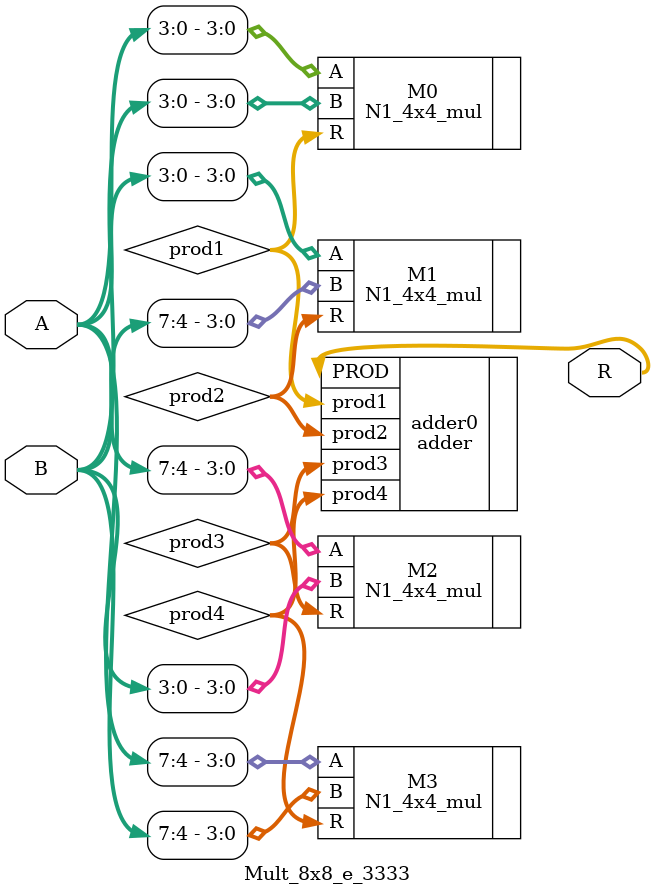
<source format=v>
module Mult_8x8_e_3333(
input [7:0] A,
input [7:0] B,
output [15:0]R
);
wire [7:0]prod1;
wire [7:0]prod2;
wire [7:0]prod3;
wire [7:0]prod4;

N1_4x4_mul M0(.A(A[3:0]),.B(B[3:0]),.R(prod1));
N1_4x4_mul M1(.A(A[3:0]),.B(B[7:4]),.R(prod2));
N1_4x4_mul M2(.A(A[7:4]),.B(B[3:0]),.R(prod3));
N1_4x4_mul M3(.A(A[7:4]),.B(B[7:4]),.R(prod4));
adder adder0(.prod1(prod1),.prod2(prod2),.prod3(prod3),.prod4(prod4),.PROD(R));
endmodule

</source>
